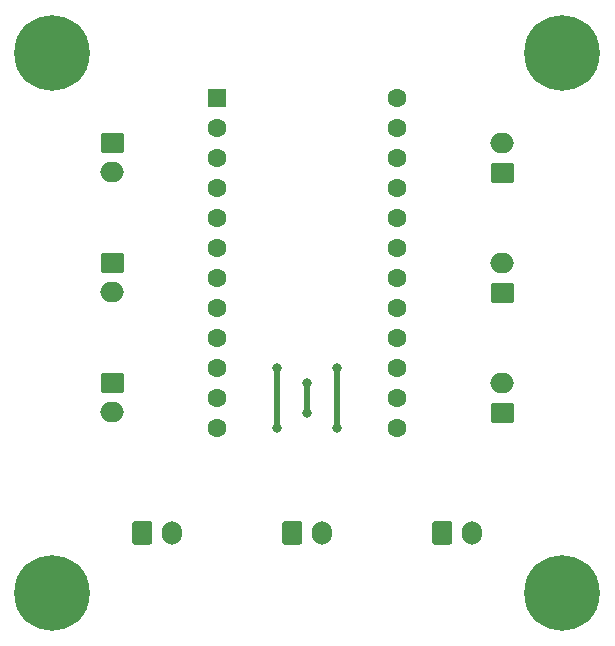
<source format=gbr>
G04 #@! TF.GenerationSoftware,KiCad,Pcbnew,(5.1.5)-3*
G04 #@! TF.CreationDate,2020-03-31T15:12:15+09:00*
G04 #@! TF.ProjectId,sif,7369662e-6b69-4636-9164-5f7063625858,rev?*
G04 #@! TF.SameCoordinates,Original*
G04 #@! TF.FileFunction,Copper,L1,Top*
G04 #@! TF.FilePolarity,Positive*
%FSLAX46Y46*%
G04 Gerber Fmt 4.6, Leading zero omitted, Abs format (unit mm)*
G04 Created by KiCad (PCBNEW (5.1.5)-3) date 2020-03-31 15:12:15*
%MOMM*%
%LPD*%
G04 APERTURE LIST*
%ADD10C,1.600000*%
%ADD11R,1.600000X1.600000*%
%ADD12C,0.800000*%
%ADD13C,6.400000*%
%ADD14C,0.150000*%
%ADD15O,2.000000X1.700000*%
%ADD16O,1.700000X2.000000*%
%ADD17C,0.500000*%
G04 APERTURE END LIST*
D10*
X45720000Y-20320000D03*
X45720000Y-22860000D03*
X45720000Y-25400000D03*
X45720000Y-27940000D03*
X45720000Y-30480000D03*
X45720000Y-33020000D03*
X45720000Y-35560000D03*
X45720000Y-38100000D03*
X45720000Y-40640000D03*
X45720000Y-43180000D03*
X45720000Y-45720000D03*
X45720000Y-48260000D03*
X30480000Y-48260000D03*
X30480000Y-45720000D03*
X30480000Y-43180000D03*
X30480000Y-40640000D03*
X30480000Y-38100000D03*
X30480000Y-35560000D03*
X30480000Y-33020000D03*
X30480000Y-30480000D03*
X30480000Y-27940000D03*
X30480000Y-25400000D03*
X30480000Y-22860000D03*
D11*
X30480000Y-20320000D03*
D12*
X61387056Y-60532944D03*
X59690000Y-59830000D03*
X57992944Y-60532944D03*
X57290000Y-62230000D03*
X57992944Y-63927056D03*
X59690000Y-64630000D03*
X61387056Y-63927056D03*
X62090000Y-62230000D03*
D13*
X59690000Y-62230000D03*
D12*
X18207056Y-60532944D03*
X16510000Y-59830000D03*
X14812944Y-60532944D03*
X14110000Y-62230000D03*
X14812944Y-63927056D03*
X16510000Y-64630000D03*
X18207056Y-63927056D03*
X18910000Y-62230000D03*
D13*
X16510000Y-62230000D03*
D12*
X18207056Y-14812944D03*
X16510000Y-14110000D03*
X14812944Y-14812944D03*
X14110000Y-16510000D03*
X14812944Y-18207056D03*
X16510000Y-18910000D03*
X18207056Y-18207056D03*
X18910000Y-16510000D03*
D13*
X16510000Y-16510000D03*
D12*
X61387056Y-14812944D03*
X59690000Y-14110000D03*
X57992944Y-14812944D03*
X57290000Y-16510000D03*
X57992944Y-18207056D03*
X59690000Y-18910000D03*
X61387056Y-18207056D03*
X62090000Y-16510000D03*
D13*
X59690000Y-16510000D03*
G04 #@! TA.AperFunction,ComponentPad*
D14*
G36*
X55384504Y-46141204D02*
G01*
X55408773Y-46144804D01*
X55432571Y-46150765D01*
X55455671Y-46159030D01*
X55477849Y-46169520D01*
X55498893Y-46182133D01*
X55518598Y-46196747D01*
X55536777Y-46213223D01*
X55553253Y-46231402D01*
X55567867Y-46251107D01*
X55580480Y-46272151D01*
X55590970Y-46294329D01*
X55599235Y-46317429D01*
X55605196Y-46341227D01*
X55608796Y-46365496D01*
X55610000Y-46390000D01*
X55610000Y-47590000D01*
X55608796Y-47614504D01*
X55605196Y-47638773D01*
X55599235Y-47662571D01*
X55590970Y-47685671D01*
X55580480Y-47707849D01*
X55567867Y-47728893D01*
X55553253Y-47748598D01*
X55536777Y-47766777D01*
X55518598Y-47783253D01*
X55498893Y-47797867D01*
X55477849Y-47810480D01*
X55455671Y-47820970D01*
X55432571Y-47829235D01*
X55408773Y-47835196D01*
X55384504Y-47838796D01*
X55360000Y-47840000D01*
X53860000Y-47840000D01*
X53835496Y-47838796D01*
X53811227Y-47835196D01*
X53787429Y-47829235D01*
X53764329Y-47820970D01*
X53742151Y-47810480D01*
X53721107Y-47797867D01*
X53701402Y-47783253D01*
X53683223Y-47766777D01*
X53666747Y-47748598D01*
X53652133Y-47728893D01*
X53639520Y-47707849D01*
X53629030Y-47685671D01*
X53620765Y-47662571D01*
X53614804Y-47638773D01*
X53611204Y-47614504D01*
X53610000Y-47590000D01*
X53610000Y-46390000D01*
X53611204Y-46365496D01*
X53614804Y-46341227D01*
X53620765Y-46317429D01*
X53629030Y-46294329D01*
X53639520Y-46272151D01*
X53652133Y-46251107D01*
X53666747Y-46231402D01*
X53683223Y-46213223D01*
X53701402Y-46196747D01*
X53721107Y-46182133D01*
X53742151Y-46169520D01*
X53764329Y-46159030D01*
X53787429Y-46150765D01*
X53811227Y-46144804D01*
X53835496Y-46141204D01*
X53860000Y-46140000D01*
X55360000Y-46140000D01*
X55384504Y-46141204D01*
G37*
G04 #@! TD.AperFunction*
D15*
X54610000Y-44490000D03*
G04 #@! TA.AperFunction,ComponentPad*
D14*
G36*
X50154504Y-56151204D02*
G01*
X50178773Y-56154804D01*
X50202571Y-56160765D01*
X50225671Y-56169030D01*
X50247849Y-56179520D01*
X50268893Y-56192133D01*
X50288598Y-56206747D01*
X50306777Y-56223223D01*
X50323253Y-56241402D01*
X50337867Y-56261107D01*
X50350480Y-56282151D01*
X50360970Y-56304329D01*
X50369235Y-56327429D01*
X50375196Y-56351227D01*
X50378796Y-56375496D01*
X50380000Y-56400000D01*
X50380000Y-57900000D01*
X50378796Y-57924504D01*
X50375196Y-57948773D01*
X50369235Y-57972571D01*
X50360970Y-57995671D01*
X50350480Y-58017849D01*
X50337867Y-58038893D01*
X50323253Y-58058598D01*
X50306777Y-58076777D01*
X50288598Y-58093253D01*
X50268893Y-58107867D01*
X50247849Y-58120480D01*
X50225671Y-58130970D01*
X50202571Y-58139235D01*
X50178773Y-58145196D01*
X50154504Y-58148796D01*
X50130000Y-58150000D01*
X48930000Y-58150000D01*
X48905496Y-58148796D01*
X48881227Y-58145196D01*
X48857429Y-58139235D01*
X48834329Y-58130970D01*
X48812151Y-58120480D01*
X48791107Y-58107867D01*
X48771402Y-58093253D01*
X48753223Y-58076777D01*
X48736747Y-58058598D01*
X48722133Y-58038893D01*
X48709520Y-58017849D01*
X48699030Y-57995671D01*
X48690765Y-57972571D01*
X48684804Y-57948773D01*
X48681204Y-57924504D01*
X48680000Y-57900000D01*
X48680000Y-56400000D01*
X48681204Y-56375496D01*
X48684804Y-56351227D01*
X48690765Y-56327429D01*
X48699030Y-56304329D01*
X48709520Y-56282151D01*
X48722133Y-56261107D01*
X48736747Y-56241402D01*
X48753223Y-56223223D01*
X48771402Y-56206747D01*
X48791107Y-56192133D01*
X48812151Y-56179520D01*
X48834329Y-56169030D01*
X48857429Y-56160765D01*
X48881227Y-56154804D01*
X48905496Y-56151204D01*
X48930000Y-56150000D01*
X50130000Y-56150000D01*
X50154504Y-56151204D01*
G37*
G04 #@! TD.AperFunction*
D16*
X52030000Y-57150000D03*
D15*
X54610000Y-34330000D03*
G04 #@! TA.AperFunction,ComponentPad*
D14*
G36*
X55384504Y-35981204D02*
G01*
X55408773Y-35984804D01*
X55432571Y-35990765D01*
X55455671Y-35999030D01*
X55477849Y-36009520D01*
X55498893Y-36022133D01*
X55518598Y-36036747D01*
X55536777Y-36053223D01*
X55553253Y-36071402D01*
X55567867Y-36091107D01*
X55580480Y-36112151D01*
X55590970Y-36134329D01*
X55599235Y-36157429D01*
X55605196Y-36181227D01*
X55608796Y-36205496D01*
X55610000Y-36230000D01*
X55610000Y-37430000D01*
X55608796Y-37454504D01*
X55605196Y-37478773D01*
X55599235Y-37502571D01*
X55590970Y-37525671D01*
X55580480Y-37547849D01*
X55567867Y-37568893D01*
X55553253Y-37588598D01*
X55536777Y-37606777D01*
X55518598Y-37623253D01*
X55498893Y-37637867D01*
X55477849Y-37650480D01*
X55455671Y-37660970D01*
X55432571Y-37669235D01*
X55408773Y-37675196D01*
X55384504Y-37678796D01*
X55360000Y-37680000D01*
X53860000Y-37680000D01*
X53835496Y-37678796D01*
X53811227Y-37675196D01*
X53787429Y-37669235D01*
X53764329Y-37660970D01*
X53742151Y-37650480D01*
X53721107Y-37637867D01*
X53701402Y-37623253D01*
X53683223Y-37606777D01*
X53666747Y-37588598D01*
X53652133Y-37568893D01*
X53639520Y-37547849D01*
X53629030Y-37525671D01*
X53620765Y-37502571D01*
X53614804Y-37478773D01*
X53611204Y-37454504D01*
X53610000Y-37430000D01*
X53610000Y-36230000D01*
X53611204Y-36205496D01*
X53614804Y-36181227D01*
X53620765Y-36157429D01*
X53629030Y-36134329D01*
X53639520Y-36112151D01*
X53652133Y-36091107D01*
X53666747Y-36071402D01*
X53683223Y-36053223D01*
X53701402Y-36036747D01*
X53721107Y-36022133D01*
X53742151Y-36009520D01*
X53764329Y-35999030D01*
X53787429Y-35990765D01*
X53811227Y-35984804D01*
X53835496Y-35981204D01*
X53860000Y-35980000D01*
X55360000Y-35980000D01*
X55384504Y-35981204D01*
G37*
G04 #@! TD.AperFunction*
G04 #@! TA.AperFunction,ComponentPad*
G36*
X55384504Y-25821204D02*
G01*
X55408773Y-25824804D01*
X55432571Y-25830765D01*
X55455671Y-25839030D01*
X55477849Y-25849520D01*
X55498893Y-25862133D01*
X55518598Y-25876747D01*
X55536777Y-25893223D01*
X55553253Y-25911402D01*
X55567867Y-25931107D01*
X55580480Y-25952151D01*
X55590970Y-25974329D01*
X55599235Y-25997429D01*
X55605196Y-26021227D01*
X55608796Y-26045496D01*
X55610000Y-26070000D01*
X55610000Y-27270000D01*
X55608796Y-27294504D01*
X55605196Y-27318773D01*
X55599235Y-27342571D01*
X55590970Y-27365671D01*
X55580480Y-27387849D01*
X55567867Y-27408893D01*
X55553253Y-27428598D01*
X55536777Y-27446777D01*
X55518598Y-27463253D01*
X55498893Y-27477867D01*
X55477849Y-27490480D01*
X55455671Y-27500970D01*
X55432571Y-27509235D01*
X55408773Y-27515196D01*
X55384504Y-27518796D01*
X55360000Y-27520000D01*
X53860000Y-27520000D01*
X53835496Y-27518796D01*
X53811227Y-27515196D01*
X53787429Y-27509235D01*
X53764329Y-27500970D01*
X53742151Y-27490480D01*
X53721107Y-27477867D01*
X53701402Y-27463253D01*
X53683223Y-27446777D01*
X53666747Y-27428598D01*
X53652133Y-27408893D01*
X53639520Y-27387849D01*
X53629030Y-27365671D01*
X53620765Y-27342571D01*
X53614804Y-27318773D01*
X53611204Y-27294504D01*
X53610000Y-27270000D01*
X53610000Y-26070000D01*
X53611204Y-26045496D01*
X53614804Y-26021227D01*
X53620765Y-25997429D01*
X53629030Y-25974329D01*
X53639520Y-25952151D01*
X53652133Y-25931107D01*
X53666747Y-25911402D01*
X53683223Y-25893223D01*
X53701402Y-25876747D01*
X53721107Y-25862133D01*
X53742151Y-25849520D01*
X53764329Y-25839030D01*
X53787429Y-25830765D01*
X53811227Y-25824804D01*
X53835496Y-25821204D01*
X53860000Y-25820000D01*
X55360000Y-25820000D01*
X55384504Y-25821204D01*
G37*
G04 #@! TD.AperFunction*
D15*
X54610000Y-24170000D03*
G04 #@! TA.AperFunction,ComponentPad*
D14*
G36*
X37454504Y-56151204D02*
G01*
X37478773Y-56154804D01*
X37502571Y-56160765D01*
X37525671Y-56169030D01*
X37547849Y-56179520D01*
X37568893Y-56192133D01*
X37588598Y-56206747D01*
X37606777Y-56223223D01*
X37623253Y-56241402D01*
X37637867Y-56261107D01*
X37650480Y-56282151D01*
X37660970Y-56304329D01*
X37669235Y-56327429D01*
X37675196Y-56351227D01*
X37678796Y-56375496D01*
X37680000Y-56400000D01*
X37680000Y-57900000D01*
X37678796Y-57924504D01*
X37675196Y-57948773D01*
X37669235Y-57972571D01*
X37660970Y-57995671D01*
X37650480Y-58017849D01*
X37637867Y-58038893D01*
X37623253Y-58058598D01*
X37606777Y-58076777D01*
X37588598Y-58093253D01*
X37568893Y-58107867D01*
X37547849Y-58120480D01*
X37525671Y-58130970D01*
X37502571Y-58139235D01*
X37478773Y-58145196D01*
X37454504Y-58148796D01*
X37430000Y-58150000D01*
X36230000Y-58150000D01*
X36205496Y-58148796D01*
X36181227Y-58145196D01*
X36157429Y-58139235D01*
X36134329Y-58130970D01*
X36112151Y-58120480D01*
X36091107Y-58107867D01*
X36071402Y-58093253D01*
X36053223Y-58076777D01*
X36036747Y-58058598D01*
X36022133Y-58038893D01*
X36009520Y-58017849D01*
X35999030Y-57995671D01*
X35990765Y-57972571D01*
X35984804Y-57948773D01*
X35981204Y-57924504D01*
X35980000Y-57900000D01*
X35980000Y-56400000D01*
X35981204Y-56375496D01*
X35984804Y-56351227D01*
X35990765Y-56327429D01*
X35999030Y-56304329D01*
X36009520Y-56282151D01*
X36022133Y-56261107D01*
X36036747Y-56241402D01*
X36053223Y-56223223D01*
X36071402Y-56206747D01*
X36091107Y-56192133D01*
X36112151Y-56179520D01*
X36134329Y-56169030D01*
X36157429Y-56160765D01*
X36181227Y-56154804D01*
X36205496Y-56151204D01*
X36230000Y-56150000D01*
X37430000Y-56150000D01*
X37454504Y-56151204D01*
G37*
G04 #@! TD.AperFunction*
D16*
X39330000Y-57150000D03*
G04 #@! TA.AperFunction,ComponentPad*
D14*
G36*
X24754504Y-56151204D02*
G01*
X24778773Y-56154804D01*
X24802571Y-56160765D01*
X24825671Y-56169030D01*
X24847849Y-56179520D01*
X24868893Y-56192133D01*
X24888598Y-56206747D01*
X24906777Y-56223223D01*
X24923253Y-56241402D01*
X24937867Y-56261107D01*
X24950480Y-56282151D01*
X24960970Y-56304329D01*
X24969235Y-56327429D01*
X24975196Y-56351227D01*
X24978796Y-56375496D01*
X24980000Y-56400000D01*
X24980000Y-57900000D01*
X24978796Y-57924504D01*
X24975196Y-57948773D01*
X24969235Y-57972571D01*
X24960970Y-57995671D01*
X24950480Y-58017849D01*
X24937867Y-58038893D01*
X24923253Y-58058598D01*
X24906777Y-58076777D01*
X24888598Y-58093253D01*
X24868893Y-58107867D01*
X24847849Y-58120480D01*
X24825671Y-58130970D01*
X24802571Y-58139235D01*
X24778773Y-58145196D01*
X24754504Y-58148796D01*
X24730000Y-58150000D01*
X23530000Y-58150000D01*
X23505496Y-58148796D01*
X23481227Y-58145196D01*
X23457429Y-58139235D01*
X23434329Y-58130970D01*
X23412151Y-58120480D01*
X23391107Y-58107867D01*
X23371402Y-58093253D01*
X23353223Y-58076777D01*
X23336747Y-58058598D01*
X23322133Y-58038893D01*
X23309520Y-58017849D01*
X23299030Y-57995671D01*
X23290765Y-57972571D01*
X23284804Y-57948773D01*
X23281204Y-57924504D01*
X23280000Y-57900000D01*
X23280000Y-56400000D01*
X23281204Y-56375496D01*
X23284804Y-56351227D01*
X23290765Y-56327429D01*
X23299030Y-56304329D01*
X23309520Y-56282151D01*
X23322133Y-56261107D01*
X23336747Y-56241402D01*
X23353223Y-56223223D01*
X23371402Y-56206747D01*
X23391107Y-56192133D01*
X23412151Y-56179520D01*
X23434329Y-56169030D01*
X23457429Y-56160765D01*
X23481227Y-56154804D01*
X23505496Y-56151204D01*
X23530000Y-56150000D01*
X24730000Y-56150000D01*
X24754504Y-56151204D01*
G37*
G04 #@! TD.AperFunction*
D16*
X26630000Y-57150000D03*
G04 #@! TA.AperFunction,ComponentPad*
D14*
G36*
X22364504Y-43601204D02*
G01*
X22388773Y-43604804D01*
X22412571Y-43610765D01*
X22435671Y-43619030D01*
X22457849Y-43629520D01*
X22478893Y-43642133D01*
X22498598Y-43656747D01*
X22516777Y-43673223D01*
X22533253Y-43691402D01*
X22547867Y-43711107D01*
X22560480Y-43732151D01*
X22570970Y-43754329D01*
X22579235Y-43777429D01*
X22585196Y-43801227D01*
X22588796Y-43825496D01*
X22590000Y-43850000D01*
X22590000Y-45050000D01*
X22588796Y-45074504D01*
X22585196Y-45098773D01*
X22579235Y-45122571D01*
X22570970Y-45145671D01*
X22560480Y-45167849D01*
X22547867Y-45188893D01*
X22533253Y-45208598D01*
X22516777Y-45226777D01*
X22498598Y-45243253D01*
X22478893Y-45257867D01*
X22457849Y-45270480D01*
X22435671Y-45280970D01*
X22412571Y-45289235D01*
X22388773Y-45295196D01*
X22364504Y-45298796D01*
X22340000Y-45300000D01*
X20840000Y-45300000D01*
X20815496Y-45298796D01*
X20791227Y-45295196D01*
X20767429Y-45289235D01*
X20744329Y-45280970D01*
X20722151Y-45270480D01*
X20701107Y-45257867D01*
X20681402Y-45243253D01*
X20663223Y-45226777D01*
X20646747Y-45208598D01*
X20632133Y-45188893D01*
X20619520Y-45167849D01*
X20609030Y-45145671D01*
X20600765Y-45122571D01*
X20594804Y-45098773D01*
X20591204Y-45074504D01*
X20590000Y-45050000D01*
X20590000Y-43850000D01*
X20591204Y-43825496D01*
X20594804Y-43801227D01*
X20600765Y-43777429D01*
X20609030Y-43754329D01*
X20619520Y-43732151D01*
X20632133Y-43711107D01*
X20646747Y-43691402D01*
X20663223Y-43673223D01*
X20681402Y-43656747D01*
X20701107Y-43642133D01*
X20722151Y-43629520D01*
X20744329Y-43619030D01*
X20767429Y-43610765D01*
X20791227Y-43604804D01*
X20815496Y-43601204D01*
X20840000Y-43600000D01*
X22340000Y-43600000D01*
X22364504Y-43601204D01*
G37*
G04 #@! TD.AperFunction*
D15*
X21590000Y-46950000D03*
X21590000Y-36790000D03*
G04 #@! TA.AperFunction,ComponentPad*
D14*
G36*
X22364504Y-33441204D02*
G01*
X22388773Y-33444804D01*
X22412571Y-33450765D01*
X22435671Y-33459030D01*
X22457849Y-33469520D01*
X22478893Y-33482133D01*
X22498598Y-33496747D01*
X22516777Y-33513223D01*
X22533253Y-33531402D01*
X22547867Y-33551107D01*
X22560480Y-33572151D01*
X22570970Y-33594329D01*
X22579235Y-33617429D01*
X22585196Y-33641227D01*
X22588796Y-33665496D01*
X22590000Y-33690000D01*
X22590000Y-34890000D01*
X22588796Y-34914504D01*
X22585196Y-34938773D01*
X22579235Y-34962571D01*
X22570970Y-34985671D01*
X22560480Y-35007849D01*
X22547867Y-35028893D01*
X22533253Y-35048598D01*
X22516777Y-35066777D01*
X22498598Y-35083253D01*
X22478893Y-35097867D01*
X22457849Y-35110480D01*
X22435671Y-35120970D01*
X22412571Y-35129235D01*
X22388773Y-35135196D01*
X22364504Y-35138796D01*
X22340000Y-35140000D01*
X20840000Y-35140000D01*
X20815496Y-35138796D01*
X20791227Y-35135196D01*
X20767429Y-35129235D01*
X20744329Y-35120970D01*
X20722151Y-35110480D01*
X20701107Y-35097867D01*
X20681402Y-35083253D01*
X20663223Y-35066777D01*
X20646747Y-35048598D01*
X20632133Y-35028893D01*
X20619520Y-35007849D01*
X20609030Y-34985671D01*
X20600765Y-34962571D01*
X20594804Y-34938773D01*
X20591204Y-34914504D01*
X20590000Y-34890000D01*
X20590000Y-33690000D01*
X20591204Y-33665496D01*
X20594804Y-33641227D01*
X20600765Y-33617429D01*
X20609030Y-33594329D01*
X20619520Y-33572151D01*
X20632133Y-33551107D01*
X20646747Y-33531402D01*
X20663223Y-33513223D01*
X20681402Y-33496747D01*
X20701107Y-33482133D01*
X20722151Y-33469520D01*
X20744329Y-33459030D01*
X20767429Y-33450765D01*
X20791227Y-33444804D01*
X20815496Y-33441204D01*
X20840000Y-33440000D01*
X22340000Y-33440000D01*
X22364504Y-33441204D01*
G37*
G04 #@! TD.AperFunction*
D15*
X21590000Y-26630000D03*
G04 #@! TA.AperFunction,ComponentPad*
D14*
G36*
X22364504Y-23281204D02*
G01*
X22388773Y-23284804D01*
X22412571Y-23290765D01*
X22435671Y-23299030D01*
X22457849Y-23309520D01*
X22478893Y-23322133D01*
X22498598Y-23336747D01*
X22516777Y-23353223D01*
X22533253Y-23371402D01*
X22547867Y-23391107D01*
X22560480Y-23412151D01*
X22570970Y-23434329D01*
X22579235Y-23457429D01*
X22585196Y-23481227D01*
X22588796Y-23505496D01*
X22590000Y-23530000D01*
X22590000Y-24730000D01*
X22588796Y-24754504D01*
X22585196Y-24778773D01*
X22579235Y-24802571D01*
X22570970Y-24825671D01*
X22560480Y-24847849D01*
X22547867Y-24868893D01*
X22533253Y-24888598D01*
X22516777Y-24906777D01*
X22498598Y-24923253D01*
X22478893Y-24937867D01*
X22457849Y-24950480D01*
X22435671Y-24960970D01*
X22412571Y-24969235D01*
X22388773Y-24975196D01*
X22364504Y-24978796D01*
X22340000Y-24980000D01*
X20840000Y-24980000D01*
X20815496Y-24978796D01*
X20791227Y-24975196D01*
X20767429Y-24969235D01*
X20744329Y-24960970D01*
X20722151Y-24950480D01*
X20701107Y-24937867D01*
X20681402Y-24923253D01*
X20663223Y-24906777D01*
X20646747Y-24888598D01*
X20632133Y-24868893D01*
X20619520Y-24847849D01*
X20609030Y-24825671D01*
X20600765Y-24802571D01*
X20594804Y-24778773D01*
X20591204Y-24754504D01*
X20590000Y-24730000D01*
X20590000Y-23530000D01*
X20591204Y-23505496D01*
X20594804Y-23481227D01*
X20600765Y-23457429D01*
X20609030Y-23434329D01*
X20619520Y-23412151D01*
X20632133Y-23391107D01*
X20646747Y-23371402D01*
X20663223Y-23353223D01*
X20681402Y-23336747D01*
X20701107Y-23322133D01*
X20722151Y-23309520D01*
X20744329Y-23299030D01*
X20767429Y-23290765D01*
X20791227Y-23284804D01*
X20815496Y-23281204D01*
X20840000Y-23280000D01*
X22340000Y-23280000D01*
X22364504Y-23281204D01*
G37*
G04 #@! TD.AperFunction*
D12*
X40640000Y-43180000D03*
X40640000Y-48260000D03*
X35560000Y-43180000D03*
X35560000Y-48260000D03*
X38100000Y-44450000D03*
X38100000Y-46990000D03*
D17*
X40640000Y-43180000D02*
X40640000Y-48260000D01*
X35560000Y-43180000D02*
X35560000Y-48260000D01*
X38100000Y-44450000D02*
X38100000Y-46990000D01*
M02*

</source>
